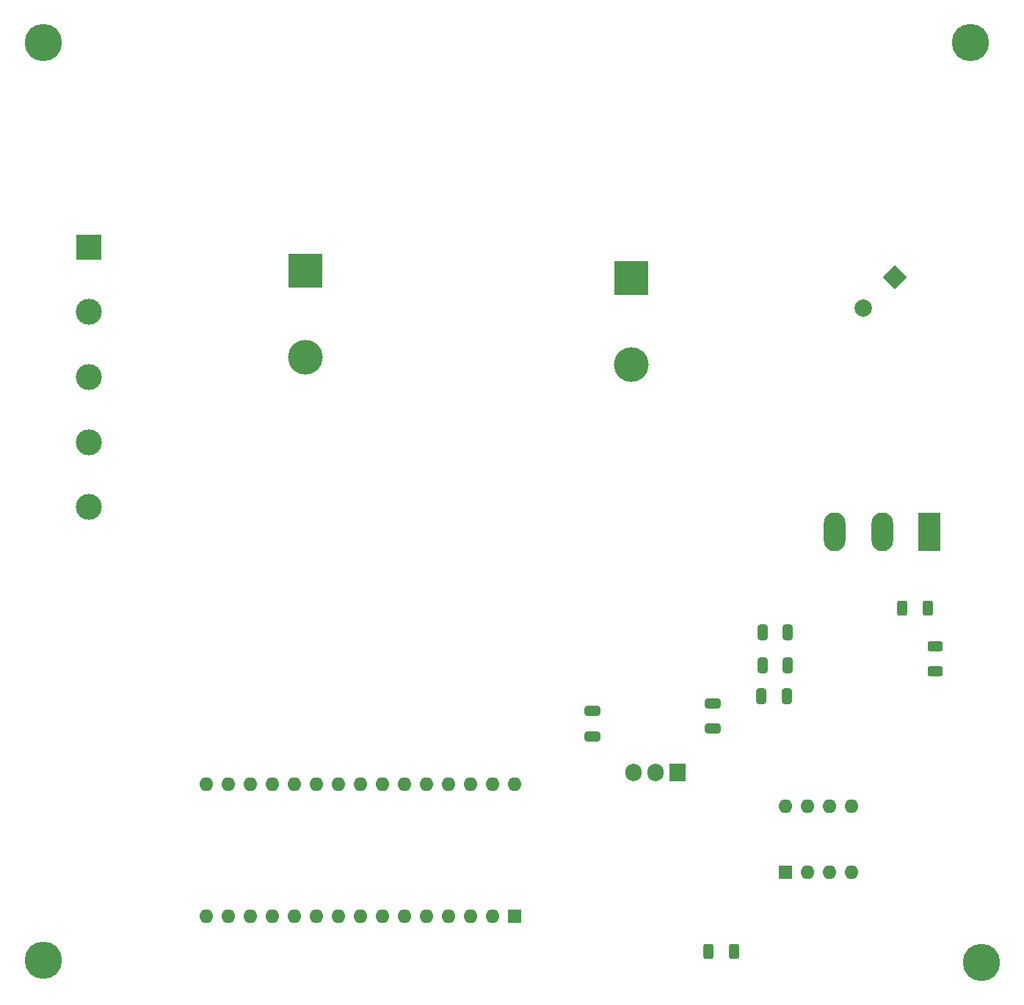
<source format=gbr>
%TF.GenerationSoftware,KiCad,Pcbnew,(6.0.10)*%
%TF.CreationDate,2023-01-10T00:35:44+03:00*%
%TF.ProjectId,ee463_project,65653436-335f-4707-926f-6a6563742e6b,rev?*%
%TF.SameCoordinates,Original*%
%TF.FileFunction,Soldermask,Top*%
%TF.FilePolarity,Negative*%
%FSLAX46Y46*%
G04 Gerber Fmt 4.6, Leading zero omitted, Abs format (unit mm)*
G04 Created by KiCad (PCBNEW (6.0.10)) date 2023-01-10 00:35:44*
%MOMM*%
%LPD*%
G01*
G04 APERTURE LIST*
G04 Aperture macros list*
%AMRoundRect*
0 Rectangle with rounded corners*
0 $1 Rounding radius*
0 $2 $3 $4 $5 $6 $7 $8 $9 X,Y pos of 4 corners*
0 Add a 4 corners polygon primitive as box body*
4,1,4,$2,$3,$4,$5,$6,$7,$8,$9,$2,$3,0*
0 Add four circle primitives for the rounded corners*
1,1,$1+$1,$2,$3*
1,1,$1+$1,$4,$5*
1,1,$1+$1,$6,$7*
1,1,$1+$1,$8,$9*
0 Add four rect primitives between the rounded corners*
20,1,$1+$1,$2,$3,$4,$5,0*
20,1,$1+$1,$4,$5,$6,$7,0*
20,1,$1+$1,$6,$7,$8,$9,0*
20,1,$1+$1,$8,$9,$2,$3,0*%
%AMHorizOval*
0 Thick line with rounded ends*
0 $1 width*
0 $2 $3 position (X,Y) of the first rounded end (center of the circle)*
0 $4 $5 position (X,Y) of the second rounded end (center of the circle)*
0 Add line between two ends*
20,1,$1,$2,$3,$4,$5,0*
0 Add two circle primitives to create the rounded ends*
1,1,$1,$2,$3*
1,1,$1,$4,$5*%
%AMRotRect*
0 Rectangle, with rotation*
0 The origin of the aperture is its center*
0 $1 length*
0 $2 width*
0 $3 Rotation angle, in degrees counterclockwise*
0 Add horizontal line*
21,1,$1,$2,0,0,$3*%
G04 Aperture macros list end*
%ADD10O,1.905000X2.000000*%
%ADD11R,1.905000X2.000000*%
%ADD12C,4.300000*%
%ADD13C,4.000000*%
%ADD14R,4.000000X4.000000*%
%ADD15RoundRect,0.250000X0.625000X-0.312500X0.625000X0.312500X-0.625000X0.312500X-0.625000X-0.312500X0*%
%ADD16R,2.500000X4.500000*%
%ADD17O,2.500000X4.500000*%
%ADD18RoundRect,0.250000X0.325000X0.650000X-0.325000X0.650000X-0.325000X-0.650000X0.325000X-0.650000X0*%
%ADD19RoundRect,0.250000X0.650000X-0.325000X0.650000X0.325000X-0.650000X0.325000X-0.650000X-0.325000X0*%
%ADD20R,1.600000X1.600000*%
%ADD21O,1.600000X1.600000*%
%ADD22R,3.000000X3.000000*%
%ADD23C,3.000000*%
%ADD24RoundRect,0.250000X-0.312500X-0.625000X0.312500X-0.625000X0.312500X0.625000X-0.312500X0.625000X0*%
%ADD25RotRect,2.000000X2.000000X225.000000*%
%ADD26HorizOval,2.000000X0.000000X0.000000X0.000000X0.000000X0*%
%ADD27RoundRect,0.250000X0.312500X0.625000X-0.312500X0.625000X-0.312500X-0.625000X0.312500X-0.625000X0*%
G04 APERTURE END LIST*
D10*
%TO.C,U2*%
X122428000Y-111699000D03*
X124968000Y-111699000D03*
D11*
X127508000Y-111699000D03*
%TD*%
D12*
%TO.C,H4*%
X162560000Y-133614000D03*
%TD*%
%TO.C,H3*%
X54356000Y-27442000D03*
%TD*%
%TO.C,H2*%
X161290000Y-27442000D03*
%TD*%
%TO.C,H1*%
X54356000Y-133360000D03*
%TD*%
D13*
%TO.C,C5*%
X122174000Y-64620000D03*
D14*
X122174000Y-54620000D03*
%TD*%
%TO.C,C4*%
X84582000Y-53745501D03*
D13*
X84582000Y-63745501D03*
%TD*%
D15*
%TO.C,R2*%
X157226000Y-100024500D03*
X157226000Y-97099500D03*
%TD*%
D16*
%TO.C,Q1*%
X156580000Y-83904000D03*
D17*
X151130000Y-83904000D03*
X145680000Y-83904000D03*
%TD*%
D18*
%TO.C,C3*%
X140159000Y-102880000D03*
X137209000Y-102880000D03*
%TD*%
D19*
%TO.C,C6*%
X131572000Y-106641000D03*
X131572000Y-103691000D03*
%TD*%
D20*
%TO.C,A1*%
X108712000Y-128270000D03*
D21*
X106172000Y-128270000D03*
X103632000Y-128270000D03*
X101092000Y-128270000D03*
X98552000Y-128270000D03*
X96012000Y-128270000D03*
X93472000Y-128270000D03*
X90932000Y-128270000D03*
X88392000Y-128270000D03*
X85852000Y-128270000D03*
X83312000Y-128270000D03*
X80772000Y-128270000D03*
X78232000Y-128270000D03*
X75692000Y-128270000D03*
X73152000Y-128270000D03*
X73152000Y-113030000D03*
X75692000Y-113030000D03*
X78232000Y-113030000D03*
X80772000Y-113030000D03*
X83312000Y-113030000D03*
X85852000Y-113030000D03*
X88392000Y-113030000D03*
X90932000Y-113030000D03*
X93472000Y-113030000D03*
X96012000Y-113030000D03*
X98552000Y-113030000D03*
X101092000Y-113030000D03*
X103632000Y-113030000D03*
X106172000Y-113030000D03*
X108712000Y-113030000D03*
%TD*%
D22*
%TO.C,D2*%
X59666000Y-51050000D03*
D23*
X59666000Y-58550000D03*
X59666000Y-66050000D03*
X59666000Y-73550000D03*
X59666000Y-81050000D03*
%TD*%
D24*
%TO.C,R1*%
X134050500Y-132344000D03*
X131125500Y-132344000D03*
%TD*%
D18*
%TO.C,C2*%
X140275000Y-95514000D03*
X137325000Y-95514000D03*
%TD*%
%TO.C,C1*%
X140275000Y-99324000D03*
X137325000Y-99324000D03*
%TD*%
D25*
%TO.C,D1*%
X152578267Y-54508165D03*
D26*
X148986165Y-58100267D03*
%TD*%
D21*
%TO.C,U1*%
X139964000Y-115570000D03*
X142504000Y-115570000D03*
X145044000Y-115570000D03*
X147584000Y-115570000D03*
X147584000Y-123190000D03*
X145044000Y-123190000D03*
X142504000Y-123190000D03*
D20*
X139964000Y-123190000D03*
%TD*%
D19*
%TO.C,C7*%
X117729000Y-107530000D03*
X117729000Y-104580000D03*
%TD*%
D27*
%TO.C,R3*%
X156402500Y-92720000D03*
X153477500Y-92720000D03*
%TD*%
M02*

</source>
